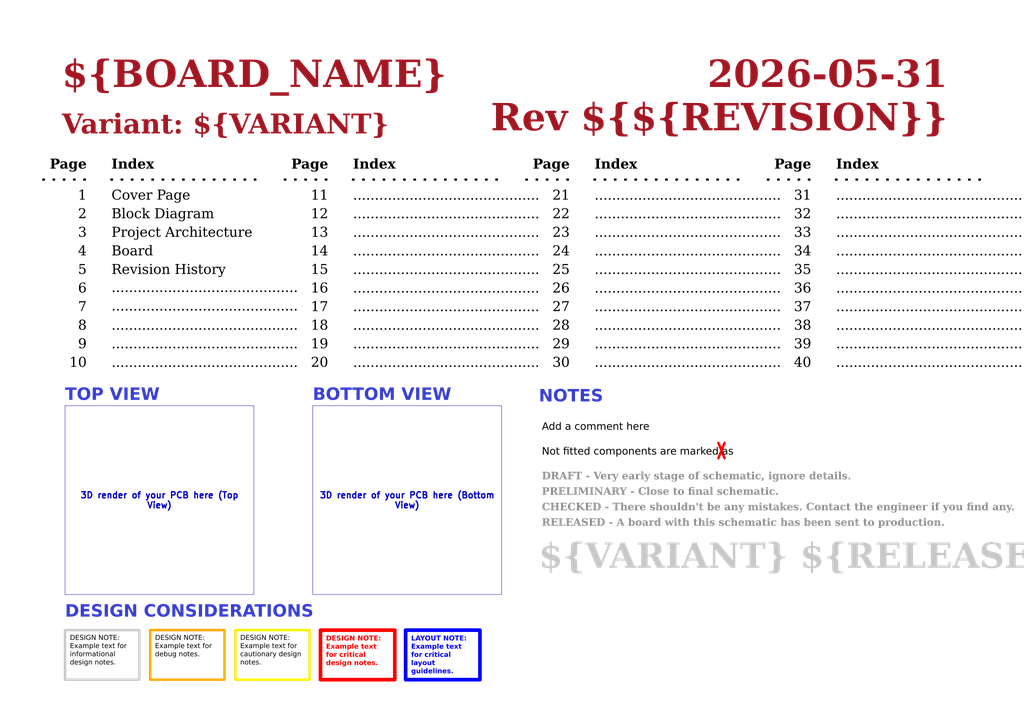
<source format=kicad_sch>
(kicad_sch
	(version 20250114)
	(generator "eeschema")
	(generator_version "9.0")
	(uuid "0650c7a8-acba-429c-9f8e-eec0baf0bc1c")
	(paper "A3")
	(title_block
		(title "Cover Page")
		(date "Last Modified Date")
		(rev "${REVISION}")
		(company "${COMPANY}")
	)
	(lib_symbols)
	(text "9"
		(exclude_from_sim no)
		(at 35.56 144.78 0)
		(effects
			(font
				(face "Times New Roman")
				(size 4 4)
				(color 0 0 0 1)
			)
			(justify right bottom)
			(href "#9")
		)
		(uuid "0171ecc8-df6f-418e-95ea-db73cf975716")
	)
	(text "BOTTOM VIEW"
		(exclude_from_sim no)
		(at 128.27 166.37 0)
		(effects
			(font
				(face "Arial")
				(size 5 5)
				(bold yes)
				(color 53 60 207 1)
			)
			(justify left bottom)
		)
		(uuid "041ff709-0f5e-466e-adab-d03afffd90b7")
	)
	(text "..........................................."
		(exclude_from_sim no)
		(at 243.84 99.06 0)
		(effects
			(font
				(face "Times New Roman")
				(size 4 4)
				(color 0 0 0 1)
			)
			(justify left bottom)
			(href "#23")
		)
		(uuid "0647f622-b644-4538-802a-42edf8cdccc5")
	)
	(text "13"
		(exclude_from_sim no)
		(at 134.62 99.06 0)
		(effects
			(font
				(face "Times New Roman")
				(size 4 4)
				(color 0 0 0 1)
			)
			(justify right bottom)
			(href "#13")
		)
		(uuid "09a9f005-609a-4854-9ba5-f5a5e7b8d7c7")
	)
	(text "RELEASED - A board with this schematic has been sent to production."
		(exclude_from_sim no)
		(at 222.25 217.17 0)
		(effects
			(font
				(face "Times New Roman")
				(size 3 3)
				(thickness 0.6)
				(bold yes)
				(color 140 140 140 1)
			)
			(justify left bottom)
		)
		(uuid "10cbc67f-d688-44d7-9e2b-bee41b99ad5c")
	)
	(text "Page"
		(exclude_from_sim no)
		(at 332.74 71.12 0)
		(effects
			(font
				(face "Times New Roman")
				(size 4 4)
				(bold yes)
				(color 0 0 0 1)
			)
			(justify right bottom)
		)
		(uuid "1b60c0cc-bf04-4615-8796-1ecc890b346a")
	)
	(text "TOP VIEW"
		(exclude_from_sim no)
		(at 26.67 166.37 0)
		(effects
			(font
				(face "Arial")
				(size 5 5)
				(bold yes)
				(color 53 60 207 1)
			)
			(justify left bottom)
		)
		(uuid "1c033b5c-f50d-4e0f-94c4-59e72fb244de")
	)
	(text "3"
		(exclude_from_sim no)
		(at 35.56 99.06 0)
		(effects
			(font
				(face "Times New Roman")
				(size 4 4)
				(color 0 0 0 1)
			)
			(justify right bottom)
			(href "#3")
		)
		(uuid "1dd16a1b-b3b8-42a1-b678-3a7b261e7284")
	)
	(text "..........................................."
		(exclude_from_sim no)
		(at 45.72 121.666 0)
		(effects
			(font
				(face "Times New Roman")
				(size 4 4)
				(color 0 0 0 1)
			)
			(justify left bottom)
			(href "#6")
		)
		(uuid "24717a70-fb47-4425-9b58-bb672257d1e1")
	)
	(text "38"
		(exclude_from_sim no)
		(at 332.74 137.16 0)
		(effects
			(font
				(face "Times New Roman")
				(size 4 4)
				(color 0 0 0 1)
			)
			(justify right bottom)
			(href "#38")
		)
		(uuid "2d20025d-61e4-451d-b51e-153fedc44d68")
	)
	(text "..........................................."
		(exclude_from_sim no)
		(at 45.72 152.4 0)
		(effects
			(font
				(face "Times New Roman")
				(size 4 4)
				(color 0 0 0 1)
			)
			(justify left bottom)
			(href "#10")
		)
		(uuid "2df49b6e-980f-4a01-ab23-c61ed27bd1b8")
	)
	(text "..........................................."
		(exclude_from_sim no)
		(at 45.72 144.78 0)
		(effects
			(font
				(face "Times New Roman")
				(size 4 4)
				(color 0 0 0 1)
			)
			(justify left bottom)
			(href "#9")
		)
		(uuid "319dfe95-cf7d-4b95-aa65-2f948d7bd6bc")
	)
	(text "..........................................."
		(exclude_from_sim no)
		(at 45.72 137.16 0)
		(effects
			(font
				(face "Times New Roman")
				(size 4 4)
				(color 0 0 0 1)
			)
			(justify left bottom)
			(href "#8")
		)
		(uuid "339f13bd-0896-43a1-925e-733e36e395bd")
	)
	(text "..........................................."
		(exclude_from_sim no)
		(at 144.78 121.92 0)
		(effects
			(font
				(face "Times New Roman")
				(size 4 4)
				(color 0 0 0 1)
			)
			(justify left bottom)
			(href "#16")
		)
		(uuid "34c28277-d6a5-4104-8740-b78485a8ff4c")
	)
	(text "1"
		(exclude_from_sim no)
		(at 35.56 83.82 0)
		(effects
			(font
				(face "Times New Roman")
				(size 4 4)
				(color 0 0 0 1)
			)
			(justify right bottom)
			(href "#1")
		)
		(uuid "3691ab49-6c05-4886-869a-12221f52fdee")
	)
	(text "Not fitted components are marked as"
		(exclude_from_sim no)
		(at 222.25 187.96 0)
		(effects
			(font
				(face "Arial")
				(size 3 3)
				(color 0 0 0 1)
			)
			(justify left bottom)
		)
		(uuid "3e121d9b-11e9-4895-9779-ade93d5b2a88")
	)
	(text "..........................................."
		(exclude_from_sim no)
		(at 243.84 152.4 0)
		(effects
			(font
				(face "Times New Roman")
				(size 4 4)
				(color 0 0 0 1)
			)
			(justify left bottom)
			(href "#30")
		)
		(uuid "41bb0f90-1135-4d50-9d44-9fb04444ecf6")
	)
	(text "Index"
		(exclude_from_sim no)
		(at 45.72 71.12 0)
		(effects
			(font
				(face "Times New Roman")
				(size 4 4)
				(bold yes)
				(color 0 0 0 1)
			)
			(justify left bottom)
		)
		(uuid "44841f0e-187c-41b9-a570-9f74973319c9")
	)
	(text "..........................................."
		(exclude_from_sim no)
		(at 144.78 99.06 0)
		(effects
			(font
				(face "Times New Roman")
				(size 4 4)
				(color 0 0 0 1)
			)
			(justify left bottom)
			(href "#13")
		)
		(uuid "461ef4aa-5f24-4935-a427-92bbc78a05f3")
	)
	(text "Index"
		(exclude_from_sim no)
		(at 144.78 71.12 0)
		(effects
			(font
				(face "Times New Roman")
				(size 4 4)
				(bold yes)
				(color 0 0 0 1)
			)
			(justify left bottom)
		)
		(uuid "4773b195-e777-483d-bd5a-5b18be14b485")
	)
	(text "27"
		(exclude_from_sim no)
		(at 233.68 129.54 0)
		(effects
			(font
				(face "Times New Roman")
				(size 4 4)
				(color 0 0 0 1)
			)
			(justify right bottom)
			(href "#27")
		)
		(uuid "47e5ef3a-a936-4417-8e04-a70df1a04676")
	)
	(text "15"
		(exclude_from_sim no)
		(at 134.62 114.3 0)
		(effects
			(font
				(face "Times New Roman")
				(size 4 4)
				(color 0 0 0 1)
			)
			(justify right bottom)
			(href "#15")
		)
		(uuid "48cae9b2-9935-4ee2-a962-685c04325434")
	)
	(text "6"
		(exclude_from_sim no)
		(at 35.56 121.92 0)
		(effects
			(font
				(face "Times New Roman")
				(size 4 4)
				(color 0 0 0 1)
			)
			(justify right bottom)
			(href "#6")
		)
		(uuid "4aa9b67c-c657-48d1-abb0-497faf20008a")
	)
	(text "PRELIMINARY - Close to final schematic."
		(exclude_from_sim no)
		(at 222.25 204.47 0)
		(effects
			(font
				(face "Times New Roman")
				(size 3 3)
				(thickness 0.6)
				(bold yes)
				(color 140 140 140 1)
			)
			(justify left bottom)
		)
		(uuid "4b75d6be-e2b4-4862-a5fd-f3239bff6734")
	)
	(text "24"
		(exclude_from_sim no)
		(at 233.68 106.68 0)
		(effects
			(font
				(face "Times New Roman")
				(size 4 4)
				(color 0 0 0 1)
			)
			(justify right bottom)
			(href "#24")
		)
		(uuid "4d10b8f7-ee9d-4539-987e-2871a213b2d6")
	)
	(text "${VARIANT} ${RELEASE_DATE}"
		(exclude_from_sim no)
		(at 220.98 237.49 0)
		(effects
			(font
				(face "Times New Roman")
				(size 10.16 10.16)
				(thickness 0.6)
				(bold yes)
				(color 200 200 200 1)
			)
			(justify left bottom)
		)
		(uuid "4f144e11-d681-45f3-b92d-dea6c28023e4")
	)
	(text "Page"
		(exclude_from_sim no)
		(at 35.56 71.12 0)
		(effects
			(font
				(face "Times New Roman")
				(size 4 4)
				(bold yes)
				(color 0 0 0 1)
			)
			(justify right bottom)
		)
		(uuid "5216de6a-28ab-4e49-a422-9fd32d8fed67")
	)
	(text "Board"
		(exclude_from_sim no)
		(at 45.72 106.68 0)
		(effects
			(font
				(face "Times New Roman")
				(size 4 4)
				(color 0 0 0 1)
			)
			(justify left bottom)
			(href "#4")
		)
		(uuid "547bb3ec-bec4-4b68-a38e-2ac56be29bd3")
	)
	(text "..........................................."
		(exclude_from_sim no)
		(at 243.84 129.54 0)
		(effects
			(font
				(face "Times New Roman")
				(size 4 4)
				(color 0 0 0 1)
			)
			(justify left bottom)
			(href "#27")
		)
		(uuid "598c6218-39d7-40a8-878a-842531c6a754")
	)
	(text "8"
		(exclude_from_sim no)
		(at 35.56 137.16 0)
		(effects
			(font
				(face "Times New Roman")
				(size 4 4)
				(color 0 0 0 1)
			)
			(justify right bottom)
			(href "#8")
		)
		(uuid "5dd35c87-2aeb-4c16-ab79-fbda71c4347a")
	)
	(text "14"
		(exclude_from_sim no)
		(at 134.62 106.68 0)
		(effects
			(font
				(face "Times New Roman")
				(size 4 4)
				(color 0 0 0 1)
			)
			(justify right bottom)
			(href "#14")
		)
		(uuid "5e529423-56be-4ad0-9794-38b960fa0634")
	)
	(text "..........................................."
		(exclude_from_sim no)
		(at 342.9 137.16 0)
		(effects
			(font
				(face "Times New Roman")
				(size 4 4)
				(color 0 0 0 1)
			)
			(justify left bottom)
			(href "#38")
		)
		(uuid "5ec61f31-3c66-4623-97e5-d26d3b9bb1be")
	)
	(text "..........................................."
		(exclude_from_sim no)
		(at 342.9 152.4 0)
		(effects
			(font
				(face "Times New Roman")
				(size 4 4)
				(color 0 0 0 1)
			)
			(justify left bottom)
			(href "#40")
		)
		(uuid "65f25bf1-cc7d-4807-9afa-0a0ac612f9b3")
	)
	(text "23"
		(exclude_from_sim no)
		(at 233.68 99.06 0)
		(effects
			(font
				(face "Times New Roman")
				(size 4 4)
				(color 0 0 0 1)
			)
			(justify right bottom)
			(href "#23")
		)
		(uuid "68aaa364-f788-45fb-b731-7b1eda7a6c6c")
	)
	(text "Index"
		(exclude_from_sim no)
		(at 243.84 71.12 0)
		(effects
			(font
				(face "Times New Roman")
				(size 4 4)
				(bold yes)
				(color 0 0 0 1)
			)
			(justify left bottom)
		)
		(uuid "6eee427d-5608-4f64-99d8-6d8e4391a6b0")
	)
	(text "..........................................."
		(exclude_from_sim no)
		(at 342.9 91.44 0)
		(effects
			(font
				(face "Times New Roman")
				(size 4 4)
				(color 0 0 0 1)
			)
			(justify left bottom)
			(href "#32")
		)
		(uuid "71058a62-023a-4e0a-b0c4-c0fb8bf95cc8")
	)
	(text "5"
		(exclude_from_sim no)
		(at 35.56 114.3 0)
		(effects
			(font
				(face "Times New Roman")
				(size 4 4)
				(color 0 0 0 1)
			)
			(justify right bottom)
			(href "#5")
		)
		(uuid "718e4830-a352-43f0-b9c5-1495032b5970")
	)
	(text "${CURRENT_DATE}"
		(exclude_from_sim no)
		(at 388.62 40.64 0)
		(effects
			(font
				(face "Times New Roman")
				(size 11 11)
				(thickness 1)
				(bold yes)
				(color 162 22 34 1)
			)
			(justify right bottom)
		)
		(uuid "752b8016-2b6c-433a-9e5a-755eac1f800d")
	)
	(text "26"
		(exclude_from_sim no)
		(at 233.68 121.92 0)
		(effects
			(font
				(face "Times New Roman")
				(size 4 4)
				(color 0 0 0 1)
			)
			(justify right bottom)
			(href "#26")
		)
		(uuid "78da4ba2-8c96-4e51-9a03-b14367dceea0")
	)
	(text "16"
		(exclude_from_sim no)
		(at 134.62 121.92 0)
		(effects
			(font
				(face "Times New Roman")
				(size 4 4)
				(color 0 0 0 1)
			)
			(justify right bottom)
			(href "#16")
		)
		(uuid "7a577aea-9c53-4431-8f38-6cd521e907d0")
	)
	(text "10"
		(exclude_from_sim no)
		(at 35.56 152.4 0)
		(effects
			(font
				(face "Times New Roman")
				(size 4 4)
				(color 0 0 0 1)
			)
			(justify right bottom)
			(href "#10")
		)
		(uuid "7caa34f0-df91-4ed4-bb8e-ff81315f8c93")
	)
	(text "35"
		(exclude_from_sim no)
		(at 332.74 114.3 0)
		(effects
			(font
				(face "Times New Roman")
				(size 4 4)
				(color 0 0 0 1)
			)
			(justify right bottom)
			(href "#35")
		)
		(uuid "7d4a16f6-fc91-424a-bffd-707dc25afa40")
	)
	(text "18"
		(exclude_from_sim no)
		(at 134.62 137.16 0)
		(effects
			(font
				(face "Times New Roman")
				(size 4 4)
				(color 0 0 0 1)
			)
			(justify right bottom)
			(href "#18")
		)
		(uuid "7d4de17d-b484-45d2-95af-1050fc297950")
	)
	(text "33"
		(exclude_from_sim no)
		(at 332.74 99.06 0)
		(effects
			(font
				(face "Times New Roman")
				(size 4 4)
				(color 0 0 0 1)
			)
			(justify right bottom)
			(href "#33")
		)
		(uuid "7fd97343-03c5-4f22-a59e-bc2d9fd9af23")
	)
	(text "Variant: ${VARIANT}"
		(exclude_from_sim no)
		(at 25.4 58.42 0)
		(effects
			(font
				(face "Times New Roman")
				(size 8 8)
				(thickness 1)
				(bold yes)
				(color 162 22 34 1)
			)
			(justify left bottom)
		)
		(uuid "832c6231-94ea-4718-8f70-96006b71efdf")
	)
	(text "4"
		(exclude_from_sim no)
		(at 35.56 106.68 0)
		(effects
			(font
				(face "Times New Roman")
				(size 4 4)
				(color 0 0 0 1)
			)
			(justify right bottom)
			(href "#4")
		)
		(uuid "8d802a1e-8c90-4592-9cec-00ce1173b8bd")
	)
	(text "11"
		(exclude_from_sim no)
		(at 134.62 83.82 0)
		(effects
			(font
				(face "Times New Roman")
				(size 4 4)
				(color 0 0 0 1)
			)
			(justify right bottom)
			(href "#11")
		)
		(uuid "8d827c06-285c-46bc-8024-d46f4098d9e5")
	)
	(text "Rev ${REVISION}"
		(exclude_from_sim no)
		(at 388.62 58.42 0)
		(effects
			(font
				(face "Times New Roman")
				(size 11 11)
				(thickness 1)
				(bold yes)
				(color 162 22 34 1)
			)
			(justify right bottom)
		)
		(uuid "9008c96f-82fa-4b3f-88a3-9ae35f59090b")
	)
	(text "..........................................."
		(exclude_from_sim no)
		(at 243.84 106.68 0)
		(effects
			(font
				(face "Times New Roman")
				(size 4 4)
				(color 0 0 0 1)
			)
			(justify left bottom)
			(href "#24")
		)
		(uuid "91ef4a1a-faaf-4d16-b090-6e6451092c3a")
	)
	(text "28"
		(exclude_from_sim no)
		(at 233.68 137.16 0)
		(effects
			(font
				(face "Times New Roman")
				(size 4 4)
				(color 0 0 0 1)
			)
			(justify right bottom)
			(href "#28")
		)
		(uuid "9310b062-10e2-49af-a22c-1c9854a7f3f0")
	)
	(text "..........................................."
		(exclude_from_sim no)
		(at 243.84 144.78 0)
		(effects
			(font
				(face "Times New Roman")
				(size 4 4)
				(color 0 0 0 1)
			)
			(justify left bottom)
			(href "#29")
		)
		(uuid "93713c73-3aba-4b0b-9f3c-b37ab3721f94")
	)
	(text "..........................................."
		(exclude_from_sim no)
		(at 243.84 91.44 0)
		(effects
			(font
				(face "Times New Roman")
				(size 4 4)
				(color 0 0 0 1)
			)
			(justify left bottom)
			(href "#22")
		)
		(uuid "93b242cb-0b6a-48cc-a920-659ba5a2d4b9")
	)
	(text "..........................................."
		(exclude_from_sim no)
		(at 342.9 144.78 0)
		(effects
			(font
				(face "Times New Roman")
				(size 4 4)
				(color 0 0 0 1)
			)
			(justify left bottom)
			(href "#39")
		)
		(uuid "9413d17b-fd74-4a56-8014-ec2904184d8a")
	)
	(text "Page"
		(exclude_from_sim no)
		(at 233.68 71.12 0)
		(effects
			(font
				(face "Times New Roman")
				(size 4 4)
				(bold yes)
				(color 0 0 0 1)
			)
			(justify right bottom)
		)
		(uuid "959ea2a5-595d-4c64-a44e-f0c1c6497852")
	)
	(text "..........................................."
		(exclude_from_sim no)
		(at 144.78 144.78 0)
		(effects
			(font
				(face "Times New Roman")
				(size 4 4)
				(color 0 0 0 1)
			)
			(justify left bottom)
			(href "#19")
		)
		(uuid "9d747571-2a3a-41dd-b7ab-0c07afaa5df1")
	)
	(text "..........................................."
		(exclude_from_sim no)
		(at 144.78 83.82 0)
		(effects
			(font
				(face "Times New Roman")
				(size 4 4)
				(color 0 0 0 1)
			)
			(justify left bottom)
			(href "#11")
		)
		(uuid "9e3e9ac8-468f-4f09-9650-682992859fd0")
	)
	(text "..........................................."
		(exclude_from_sim no)
		(at 144.78 129.54 0)
		(effects
			(font
				(face "Times New Roman")
				(size 4 4)
				(color 0 0 0 1)
			)
			(justify left bottom)
			(href "#17")
		)
		(uuid "a2bb1bed-8e4e-4038-8b4e-99f9457f4c30")
	)
	(text "31"
		(exclude_from_sim no)
		(at 332.74 83.82 0)
		(effects
			(font
				(face "Times New Roman")
				(size 4 4)
				(color 0 0 0 1)
			)
			(justify right bottom)
			(href "#31")
		)
		(uuid "a8eb70a2-f43e-480c-afdf-7e91507527a7")
	)
	(text "36"
		(exclude_from_sim no)
		(at 332.74 121.92 0)
		(effects
			(font
				(face "Times New Roman")
				(size 4 4)
				(color 0 0 0 1)
			)
			(justify right bottom)
			(href "#36")
		)
		(uuid "a95a57c3-0ec4-4b96-8edf-d46ee18a4a8e")
	)
	(text "..........................................."
		(exclude_from_sim no)
		(at 243.84 137.16 0)
		(effects
			(font
				(face "Times New Roman")
				(size 4 4)
				(color 0 0 0 1)
			)
			(justify left bottom)
			(href "#28")
		)
		(uuid "ad40278e-f3e6-4c25-8fa4-1f4e3918f822")
	)
	(text "22"
		(exclude_from_sim no)
		(at 233.68 91.44 0)
		(effects
			(font
				(face "Times New Roman")
				(size 4 4)
				(color 0 0 0 1)
			)
			(justify right bottom)
			(href "#22")
		)
		(uuid "ada746a9-1ac8-4ba5-b1f0-e040d6c0fa14")
	)
	(text "..........................................."
		(exclude_from_sim no)
		(at 144.78 114.3 0)
		(effects
			(font
				(face "Times New Roman")
				(size 4 4)
				(color 0 0 0 1)
			)
			(justify left bottom)
			(href "#15")
		)
		(uuid "ae6c0242-f9a8-4717-86dd-2d27e5dc9018")
	)
	(text "..........................................."
		(exclude_from_sim no)
		(at 342.9 83.82 0)
		(effects
			(font
				(face "Times New Roman")
				(size 4 4)
				(color 0 0 0 1)
			)
			(justify left bottom)
			(href "#31")
		)
		(uuid "b39085c9-1ebe-4dab-a6c1-54ab08707fbf")
	)
	(text "25"
		(exclude_from_sim no)
		(at 233.68 114.3 0)
		(effects
			(font
				(face "Times New Roman")
				(size 4 4)
				(color 0 0 0 1)
			)
			(justify right bottom)
			(href "#25")
		)
		(uuid "b3f10ccd-dd30-4e1a-9a39-191e590211cc")
	)
	(text "${BOARD_NAME}"
		(exclude_from_sim no)
		(at 25.4 40.64 0)
		(effects
			(font
				(face "Times New Roman")
				(size 11 11)
				(thickness 1)
				(bold yes)
				(color 162 22 34 1)
			)
			(justify left bottom)
		)
		(uuid "b5491481-138f-4748-8f60-dc51e3284b98")
	)
	(text "..........................................."
		(exclude_from_sim no)
		(at 243.84 121.92 0)
		(effects
			(font
				(face "Times New Roman")
				(size 4 4)
				(color 0 0 0 1)
			)
			(justify left bottom)
			(href "#26")
		)
		(uuid "b55022f1-bde3-45d1-ab63-474a18aef763")
	)
	(text "..........................................."
		(exclude_from_sim no)
		(at 342.9 106.68 0)
		(effects
			(font
				(face "Times New Roman")
				(size 4 4)
				(color 0 0 0 1)
			)
			(justify left bottom)
			(href "#34")
		)
		(uuid "b5c8bc07-6a7e-4ec3-955b-9e6a13622c4e")
	)
	(text "37"
		(exclude_from_sim no)
		(at 332.74 129.54 0)
		(effects
			(font
				(face "Times New Roman")
				(size 4 4)
				(color 0 0 0 1)
			)
			(justify right bottom)
			(href "#37")
		)
		(uuid "baff535e-40df-4979-8ad1-9d6e8282e1a0")
	)
	(text "Page"
		(exclude_from_sim no)
		(at 134.62 71.12 0)
		(effects
			(font
				(face "Times New Roman")
				(size 4 4)
				(bold yes)
				(color 0 0 0 1)
			)
			(justify right bottom)
		)
		(uuid "beb5ee3d-ad62-4c0c-ab18-390f8e3c78c4")
	)
	(text "DRAFT - Very early stage of schematic, ignore details."
		(exclude_from_sim no)
		(at 222.25 198.12 0)
		(effects
			(font
				(face "Times New Roman")
				(size 3 3)
				(thickness 0.6)
				(bold yes)
				(color 140 140 140 1)
			)
			(justify left bottom)
		)
		(uuid "c1828499-d221-4dc2-9c7b-c9d850654d5e")
	)
	(text "..........................................."
		(exclude_from_sim no)
		(at 144.78 106.68 0)
		(effects
			(font
				(face "Times New Roman")
				(size 4 4)
				(color 0 0 0 1)
			)
			(justify left bottom)
			(href "#14")
		)
		(uuid "c492727f-a5a2-4efb-9f13-b55fb4c5125a")
	)
	(text "Index"
		(exclude_from_sim no)
		(at 342.9 71.12 0)
		(effects
			(font
				(face "Times New Roman")
				(size 4 4)
				(bold yes)
				(color 0 0 0 1)
			)
			(justify left bottom)
		)
		(uuid "c52bc9e5-2c42-41e6-ae08-fabef868928a")
	)
	(text "..........................................."
		(exclude_from_sim no)
		(at 342.9 121.92 0)
		(effects
			(font
				(face "Times New Roman")
				(size 4 4)
				(color 0 0 0 1)
			)
			(justify left bottom)
			(href "#36")
		)
		(uuid "c8a13f8e-6347-4971-97e9-3bbacc8fb0b5")
	)
	(text "..........................................."
		(exclude_from_sim no)
		(at 342.9 114.3 0)
		(effects
			(font
				(face "Times New Roman")
				(size 4 4)
				(color 0 0 0 1)
			)
			(justify left bottom)
			(href "#35")
		)
		(uuid "c932f64b-e011-46ca-8efc-bb2f186e8b13")
	)
	(text "Block Diagram"
		(exclude_from_sim no)
		(at 45.72 91.44 0)
		(effects
			(font
				(face "Times New Roman")
				(size 4 4)
				(color 0 0 0 1)
			)
			(justify left bottom)
			(href "#2")
		)
		(uuid "caeb7f52-f34e-4432-b129-9207069a1ad5")
	)
	(text "19"
		(exclude_from_sim no)
		(at 134.62 144.78 0)
		(effects
			(font
				(face "Times New Roman")
				(size 4 4)
				(color 0 0 0 1)
			)
			(justify right bottom)
			(href "#19")
		)
		(uuid "cbf7eaea-8009-4ccd-9079-9d687b9a3603")
	)
	(text "30"
		(exclude_from_sim no)
		(at 233.68 152.4 0)
		(effects
			(font
				(face "Times New Roman")
				(size 4 4)
				(color 0 0 0 1)
			)
			(justify right bottom)
			(href "#30")
		)
		(uuid "cea38a57-40f7-465f-b054-ff626e3218d0")
	)
	(text "7"
		(exclude_from_sim no)
		(at 35.56 129.54 0)
		(effects
			(font
				(face "Times New Roman")
				(size 4 4)
				(color 0 0 0 1)
			)
			(justify right bottom)
			(href "#7")
		)
		(uuid "cf9779c0-4a62-4a6f-9127-07f6919e9e8d")
	)
	(text "..........................................."
		(exclude_from_sim no)
		(at 243.84 114.3 0)
		(effects
			(font
				(face "Times New Roman")
				(size 4 4)
				(color 0 0 0 1)
			)
			(justify left bottom)
			(href "#25")
		)
		(uuid "d06fb69a-43a5-466c-8174-3edde239a7c0")
	)
	(text "12"
		(exclude_from_sim no)
		(at 134.62 91.44 0)
		(effects
			(font
				(face "Times New Roman")
				(size 4 4)
				(color 0 0 0 1)
			)
			(justify right bottom)
			(href "#12")
		)
		(uuid "d450aa41-7115-44ab-9cc7-2fa118545b00")
	)
	(text "21"
		(exclude_from_sim no)
		(at 233.68 83.82 0)
		(effects
			(font
				(face "Times New Roman")
				(size 4 4)
				(color 0 0 0 1)
			)
			(justify right bottom)
			(href "#21")
		)
		(uuid "d7ac5948-93ba-4038-95c3-cb73c27df74a")
	)
	(text "Add a comment here"
		(exclude_from_sim no)
		(at 222.25 177.8 0)
		(effects
			(font
				(face "Arial")
				(size 3 3)
				(color 0 0 0 1)
			)
			(justify left bottom)
		)
		(uuid "d8d8425a-4141-4ddb-8e75-262db2d23ce8")
	)
	(text "2"
		(exclude_from_sim no)
		(at 35.56 91.44 0)
		(effects
			(font
				(face "Times New Roman")
				(size 4 4)
				(color 0 0 0 1)
			)
			(justify right bottom)
			(href "#2")
		)
		(uuid "dca5e168-6a76-4eb2-b335-e6c030ded824")
	)
	(text "..........................................."
		(exclude_from_sim no)
		(at 45.72 129.286 0)
		(effects
			(font
				(face "Times New Roman")
				(size 4 4)
				(color 0 0 0 1)
			)
			(justify left bottom)
			(href "#7")
		)
		(uuid "dfbb8fb0-c293-4a67-95eb-2e5a3e34b172")
	)
	(text "39"
		(exclude_from_sim no)
		(at 332.74 144.78 0)
		(effects
			(font
				(face "Times New Roman")
				(size 4 4)
				(color 0 0 0 1)
			)
			(justify right bottom)
			(href "#39")
		)
		(uuid "e216870b-45fe-49b3-8e55-d9668eb9df44")
	)
	(text "..........................................."
		(exclude_from_sim no)
		(at 144.78 137.16 0)
		(effects
			(font
				(face "Times New Roman")
				(size 4 4)
				(color 0 0 0 1)
			)
			(justify left bottom)
			(href "#18")
		)
		(uuid "e518f3ad-92c7-4755-8883-22916bfc7d1f")
	)
	(text "..........................................."
		(exclude_from_sim no)
		(at 342.9 99.06 0)
		(effects
			(font
				(face "Times New Roman")
				(size 4 4)
				(color 0 0 0 1)
			)
			(justify left bottom)
			(href "#33")
		)
		(uuid "e5564811-ffd2-4bd9-9644-ff1dc80ebf87")
	)
	(text "..........................................."
		(exclude_from_sim no)
		(at 144.78 152.4 0)
		(effects
			(font
				(face "Times New Roman")
				(size 4 4)
				(color 0 0 0 1)
			)
			(justify left bottom)
			(href "#20")
		)
		(uuid "e58de9a8-7551-4002-91cc-eb758bb6876c")
	)
	(text "34"
		(exclude_from_sim no)
		(at 332.74 106.68 0)
		(effects
			(font
				(face "Times New Roman")
				(size 4 4)
				(color 0 0 0 1)
			)
			(justify right bottom)
			(href "#34")
		)
		(uuid "e60ef77b-a7db-4a46-901f-5793e4acc58b")
	)
	(text "29"
		(exclude_from_sim no)
		(at 233.68 144.78 0)
		(effects
			(font
				(face "Times New Roman")
				(size 4 4)
				(color 0 0 0 1)
			)
			(justify right bottom)
			(href "#29")
		)
		(uuid "e83f0c3e-ac1d-4432-a8de-ba5a2be8aa4a")
	)
	(text "Cover Page"
		(exclude_from_sim no)
		(at 45.72 83.82 0)
		(effects
			(font
				(face "Times New Roman")
				(size 4 4)
				(color 0 0 0 1)
			)
			(justify left bottom)
			(href "#1")
		)
		(uuid "e9964413-67ff-4f53-b58c-608277db6779")
	)
	(text "NOTES"
		(exclude_from_sim no)
		(at 220.98 167.005 0)
		(effects
			(font
				(face "Arial")
				(size 5 5)
				(bold yes)
				(color 53 60 207 1)
			)
			(justify left bottom)
		)
		(uuid "ecd14d51-7267-460d-9460-6bae137b0c37")
	)
	(text "..........................................."
		(exclude_from_sim no)
		(at 144.78 91.44 0)
		(effects
			(font
				(face "Times New Roman")
				(size 4 4)
				(color 0 0 0 1)
			)
			(justify left bottom)
			(href "#12")
		)
		(uuid "ecd5e3bc-c1c8-4595-a242-64b07df33fd4")
	)
	(text "Project Architecture"
		(exclude_from_sim no)
		(at 45.72 99.06 0)
		(effects
			(font
				(face "Times New Roman")
				(size 4 4)
				(color 0 0 0 1)
			)
			(justify left bottom)
			(href "#3")
		)
		(uuid "ed9f4e44-7881-47b3-83af-17eb3de0e161")
	)
	(text "CHECKED - There shouldn't be any mistakes. Contact the engineer if you find any."
		(exclude_from_sim no)
		(at 222.25 210.82 0)
		(effects
			(font
				(face "Times New Roman")
				(size 3 3)
				(thickness 0.6)
				(bold yes)
				(color 140 140 140 1)
			)
			(justify left bottom)
		)
		(uuid "ee4bfbd2-ceac-40c9-847b-b15b18b07c08")
	)
	(text "..........................................."
		(exclude_from_sim no)
		(at 243.84 83.82 0)
		(effects
			(font
				(face "Times New Roman")
				(size 4 4)
				(color 0 0 0 1)
			)
			(justify left bottom)
			(href "#21")
		)
		(uuid "f14c049f-0636-49aa-a70f-0262bf1a57bc")
	)
	(text "20"
		(exclude_from_sim no)
		(at 134.62 152.4 0)
		(effects
			(font
				(face "Times New Roman")
				(size 4 4)
				(color 0 0 0 1)
			)
			(justify right bottom)
			(href "#20")
		)
		(uuid "f17fa600-4ea0-4482-a965-d781b27fd052")
	)
	(text "32"
		(exclude_from_sim no)
		(at 332.74 91.44 0)
		(effects
			(font
				(face "Times New Roman")
				(size 4 4)
				(color 0 0 0 1)
			)
			(justify right bottom)
			(href "#32")
		)
		(uuid "f7f416e4-86a9-4d8f-ac0d-80443c165632")
	)
	(text "..........................................."
		(exclude_from_sim no)
		(at 342.9 129.54 0)
		(effects
			(font
				(face "Times New Roman")
				(size 4 4)
				(color 0 0 0 1)
			)
			(justify left bottom)
			(href "#37")
		)
		(uuid "f8fd86d8-ca92-4fd2-9536-487e6832d844")
	)
	(text "DESIGN CONSIDERATIONS"
		(exclude_from_sim no)
		(at 26.67 255.27 0)
		(effects
			(font
				(face "Arial")
				(size 5 5)
				(bold yes)
				(color 53 60 207 1)
			)
			(justify left bottom)
		)
		(uuid "fb09f930-25b6-4039-89ae-42d9d443b49d")
	)
	(text "40"
		(exclude_from_sim no)
		(at 332.74 152.4 0)
		(effects
			(font
				(face "Times New Roman")
				(size 4 4)
				(color 0 0 0 1)
			)
			(justify right bottom)
			(href "#40")
		)
		(uuid "fe1f4464-8466-41a3-95c1-bacdc38614fb")
	)
	(text "Revision History"
		(exclude_from_sim no)
		(at 45.72 114.3 0)
		(effects
			(font
				(face "Times New Roman")
				(size 4 4)
				(color 0 0 0 1)
			)
			(justify left bottom)
			(href "#5")
		)
		(uuid "ff95cd70-408a-4656-b808-dabd546affbd")
	)
	(text "17"
		(exclude_from_sim no)
		(at 134.62 129.54 0)
		(effects
			(font
				(face "Times New Roman")
				(size 4 4)
				(color 0 0 0 1)
			)
			(justify right bottom)
			(href "#17")
		)
		(uuid "ffcd9e5c-5c93-423a-9ccc-e0af67821852")
	)
	(text_box "3D render of your PCB here (Bottom View)"
		(exclude_from_sim no)
		(at 128.27 166.37 0)
		(size 77.47 77.47)
		(margins 1.905 1.905 1.905 1.905)
		(stroke
			(width 0)
			(type default)
		)
		(fill
			(type none)
		)
		(effects
			(font
				(size 2.54 2.54)
				(thickness 0.508)
				(bold yes)
			)
		)
		(uuid "0c38d11f-bb11-46db-a91c-ebc0b30e95f5")
	)
	(text_box "3D render of your PCB here (Top View)"
		(exclude_from_sim no)
		(at 26.67 166.37 0)
		(size 77.47 77.47)
		(margins 1.905 1.905 1.905 1.905)
		(stroke
			(width 0)
			(type default)
		)
		(fill
			(type none)
		)
		(effects
			(font
				(size 2.54 2.54)
				(thickness 0.508)
				(bold yes)
			)
		)
		(uuid "2d015f2a-bc39-4866-bbd9-40b03d497a26")
	)
	(text_box "Metadata can be set in File → Schematic Setup → Project → Text Variables"
		(exclude_from_sim no)
		(at 8.89 300.99 0)
		(size 119.38 6.35)
		(margins 1.9049 1.9049 1.9049 1.9049)
		(stroke
			(width -0.0001)
			(type default)
		)
		(fill
			(type none)
		)
		(effects
			(font
				(size 2.54 2.54)
				(thickness 0.381)
				(bold yes)
				(color 0 0 0 1)
			)
			(justify right top)
		)
		(uuid "4d4fc8f9-28d9-4b33-b78d-b00f0a2b33ca")
	)
	(text_box "DESIGN NOTE:\nExample text for informational design notes."
		(exclude_from_sim no)
		(at 26.67 258.445 0)
		(size 30.48 20.32)
		(margins 2 2 2 2)
		(stroke
			(width 1)
			(type solid)
			(color 200 200 200 1)
		)
		(fill
			(type none)
		)
		(effects
			(font
				(face "Arial")
				(size 2 2)
				(color 0 0 0 1)
			)
			(justify left top)
		)
		(uuid "60b6a08c-a542-468e-b79f-aa4a2aa0e9e7")
	)
	(text_box "LAYOUT NOTE:\nExample text for critical layout guidelines."
		(exclude_from_sim no)
		(at 166.37 258.445 0)
		(size 30.48 20.32)
		(margins 2.25 2.25 2.25 2.25)
		(stroke
			(width 1.5)
			(type solid)
			(color 0 0 255 1)
		)
		(fill
			(type none)
		)
		(effects
			(font
				(face "Arial")
				(size 2 2)
				(thickness 0.4)
				(bold yes)
				(color 0 0 255 1)
			)
			(justify left top)
		)
		(uuid "b2648603-9b19-4c01-9621-49d92c5b8a6e")
	)
	(text_box "DESIGN NOTE:\nExample text for cautionary design notes."
		(exclude_from_sim no)
		(at 96.52 258.445 0)
		(size 30.48 20.32)
		(margins 2 2 2 2)
		(stroke
			(width 1)
			(type solid)
			(color 250 236 0 1)
		)
		(fill
			(type none)
		)
		(effects
			(font
				(face "Arial")
				(size 2 2)
				(color 0 0 0 1)
			)
			(justify left top)
		)
		(uuid "c7ec7f64-f5b0-4d3e-9743-7d40c3e23ecf")
	)
	(text_box "DESIGN NOTE:\nExample text for debug notes."
		(exclude_from_sim no)
		(at 61.595 258.445 0)
		(size 30.48 20.32)
		(margins 2 2 2 2)
		(stroke
			(width 1)
			(type solid)
			(color 255 165 0 1)
		)
		(fill
			(type none)
		)
		(effects
			(font
				(face "Arial")
				(size 2 2)
				(color 0 0 0 1)
			)
			(justify left top)
		)
		(uuid "c8bf2561-6ede-45f0-9b2e-12af2dfee13b")
	)
	(text_box "DESIGN NOTE:\nExample text for critical design notes."
		(exclude_from_sim no)
		(at 131.445 258.445 0)
		(size 30.48 20.32)
		(margins 2.25 2.25 2.25 2.25)
		(stroke
			(width 1.5)
			(type solid)
			(color 255 0 0 1)
		)
		(fill
			(type none)
		)
		(effects
			(font
				(face "Arial")
				(size 2 2)
				(thickness 0.4)
				(bold yes)
				(color 255 0 0 1)
			)
			(justify left top)
		)
		(uuid "d03e1008-e371-461f-a9f2-320d8a2b7341")
	)
	(polyline
		(pts
			(xy 215.9 73.66) (xy 233.68 73.66)
		)
		(stroke
			(width 1)
			(type dot)
			(color 0 0 0 1)
		)
		(uuid "024689d9-b8ca-41ae-b55d-6ff207f6e101")
	)
	(polyline
		(pts
			(xy 297.18 181.61) (xy 294.64 187.96)
		)
		(stroke
			(width 1)
			(type default)
			(color 255 0 0 1)
		)
		(uuid "4ae2cac4-7676-4a8d-91c4-c6c6f4585019")
	)
	(polyline
		(pts
			(xy 45.72 73.66) (xy 106.68 73.66)
		)
		(stroke
			(width 1)
			(type dot)
			(color 0 0 0 1)
		)
		(uuid "594379bc-c052-4d2e-996b-8b5c1a0857fd")
	)
	(polyline
		(pts
			(xy 342.9 73.66) (xy 403.86 73.66)
		)
		(stroke
			(width 1)
			(type dot)
			(color 0 0 0 1)
		)
		(uuid "8ca04e4f-914f-46ae-b7bb-c241f34f0be3")
	)
	(polyline
		(pts
			(xy 243.84 73.66) (xy 304.8 73.66)
		)
		(stroke
			(width 1)
			(type dot)
			(color 0 0 0 1)
		)
		(uuid "90aedf20-3619-4eea-9142-e5201cfa9329")
	)
	(polyline
		(pts
			(xy 116.84 73.66) (xy 134.62 73.66)
		)
		(stroke
			(width 1)
			(type dot)
			(color 0 0 0 1)
		)
		(uuid "aa27a991-1dd0-4ddb-a292-69ddc074d2fe")
	)
	(polyline
		(pts
			(xy 17.78 73.66) (xy 35.56 73.66)
		)
		(stroke
			(width 1)
			(type dot)
			(color 0 0 0 1)
		)
		(uuid "aefa0f5d-e237-48a6-8d0d-7925958d23a4")
	)
	(polyline
		(pts
			(xy 294.64 181.61) (xy 297.18 187.96)
		)
		(stroke
			(width 1)
			(type default)
			(color 255 0 0 1)
		)
		(uuid "b16ef1e7-4b58-4125-810d-81e7071984f8")
	)
	(polyline
		(pts
			(xy 144.78 73.66) (xy 205.74 73.66)
		)
		(stroke
			(width 1)
			(type dot)
			(color 0 0 0 1)
		)
		(uuid "d03f8f3f-5543-483d-a054-040e77e06c0e")
	)
	(polyline
		(pts
			(xy 314.96 73.66) (xy 332.74 73.66)
		)
		(stroke
			(width 1)
			(type dot)
			(color 0 0 0 1)
		)
		(uuid "f1ab5a98-3d21-4c83-b2d8-cfe1793d64cb")
	)
	(sheet
		(at 299.72 302.26)
		(size 35.56 5.08)
		(exclude_from_sim no)
		(in_bom yes)
		(on_board yes)
		(dnp no)
		(stroke
			(width 0.1524)
			(type solid)
		)
		(fill
			(color 0 0 0 0.0000)
		)
		(uuid "de68a101-7eef-4ba8-abb4-14d03adb087f")
		(property "Sheetname" "Block Diagram"
			(at 299.72 301.2309 0)
			(effects
				(font
					(face "Times New Roman")
					(size 1.905 1.905)
					(bold yes)
					(color 0 0 0 1)
				)
				(justify left bottom)
			)
		)
		(property "Sheetfile" "Block Diagram.kicad_sch"
			(at 300.99 303.53 0)
			(effects
				(font
					(face "Arial")
					(size 1.27 1.27)
				)
				(justify left top)
			)
		)
		(instances
			(project "IOExtender"
				(path "/0650c7a8-acba-429c-9f8e-eec0baf0bc1c"
					(page "2")
				)
			)
		)
	)
	(sheet
		(at 340.36 302.26)
		(size 35.56 5.08)
		(exclude_from_sim no)
		(in_bom yes)
		(on_board yes)
		(dnp no)
		(stroke
			(width 0)
			(type solid)
		)
		(fill
			(color 0 0 0 0.0000)
		)
		(uuid "e7c91631-be85-488a-af7a-f2a810f3fbfe")
		(property "Sheetname" "Revision History"
			(at 340.36 300.99 0)
			(effects
				(font
					(face "Times New Roman")
					(size 1.905 1.905)
					(bold yes)
					(color 0 0 0 1)
				)
				(justify left bottom)
			)
		)
		(property "Sheetfile" "Revision History.kicad_sch"
			(at 340.995 303.53 0)
			(effects
				(font
					(face "Arial")
					(size 1.27 1.27)
				)
				(justify left top)
			)
		)
		(instances
			(project "IOExtender"
				(path "/0650c7a8-acba-429c-9f8e-eec0baf0bc1c"
					(page "5")
				)
			)
		)
	)
	(sheet
		(at 299.72 313.69)
		(size 35.56 5.08)
		(exclude_from_sim no)
		(in_bom yes)
		(on_board yes)
		(dnp no)
		(stroke
			(width 0.1524)
			(type solid)
		)
		(fill
			(color 0 0 0 0.0000)
		)
		(uuid "fede4c36-00cc-4d3d-b71c-5243ba232202")
		(property "Sheetname" "Project Architecture"
			(at 299.72 312.6609 0)
			(effects
				(font
					(face "Times New Roman")
					(size 1.905 1.905)
					(bold yes)
					(color 0 0 0 1)
				)
				(justify left bottom)
			)
		)
		(property "Sheetfile" "Project Architecture.kicad_sch"
			(at 300.99 314.96 0)
			(effects
				(font
					(face "Arial")
					(size 1.27 1.27)
				)
				(justify left top)
			)
		)
		(instances
			(project "IOExtender"
				(path "/0650c7a8-acba-429c-9f8e-eec0baf0bc1c"
					(page "3")
				)
			)
		)
	)
	(sheet_instances
		(path "/"
			(page "1")
		)
	)
	(embedded_fonts no)
)

</source>
